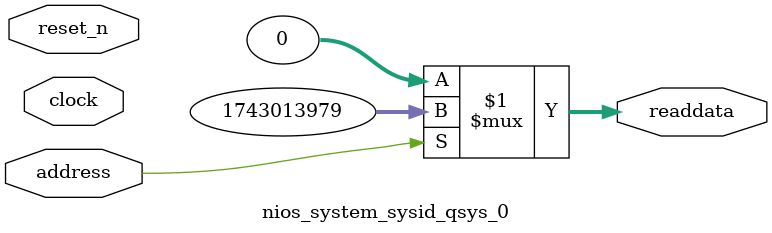
<source format=v>



// synthesis translate_off
`timescale 1ns / 1ps
// synthesis translate_on

// turn off superfluous verilog processor warnings 
// altera message_level Level1 
// altera message_off 10034 10035 10036 10037 10230 10240 10030 

module nios_system_sysid_qsys_0 (
               // inputs:
                address,
                clock,
                reset_n,

               // outputs:
                readdata
             )
;

  output  [ 31: 0] readdata;
  input            address;
  input            clock;
  input            reset_n;

  wire    [ 31: 0] readdata;
  //control_slave, which is an e_avalon_slave
  assign readdata = address ? 1743013979 : 0;

endmodule



</source>
